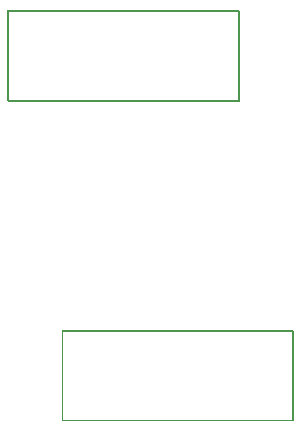
<source format=gm1>
G04*
G04 #@! TF.GenerationSoftware,Altium Limited,Altium Designer,21.6.4 (81)*
G04*
G04 Layer_Color=16711935*
%FSLAX25Y25*%
%MOIN*%
G70*
G04*
G04 #@! TF.SameCoordinates,1C97AE3E-24CA-4656-ADB5-1DC68C47BFAE*
G04*
G04*
G04 #@! TF.FilePolarity,Positive*
G04*
G01*
G75*
%ADD45C,0.00200*%
D45*
X10935Y43623D02*
X87904D01*
X10935Y13701D02*
X87904D01*
X10935D02*
Y43623D01*
X87904Y13701D02*
Y43623D01*
X11016Y43500D02*
X87984D01*
X11016Y13579D02*
X87984D01*
X11016D02*
Y43500D01*
X87984Y13579D02*
Y43500D01*
X-7100Y150237D02*
X69868D01*
X-7100Y120316D02*
X69868D01*
X-7100D02*
Y150237D01*
X69868Y120316D02*
Y150237D01*
X-7020Y150114D02*
X69949D01*
X-7020Y120193D02*
X69949D01*
X-7020D02*
Y150114D01*
X69949Y120193D02*
Y150114D01*
M02*

</source>
